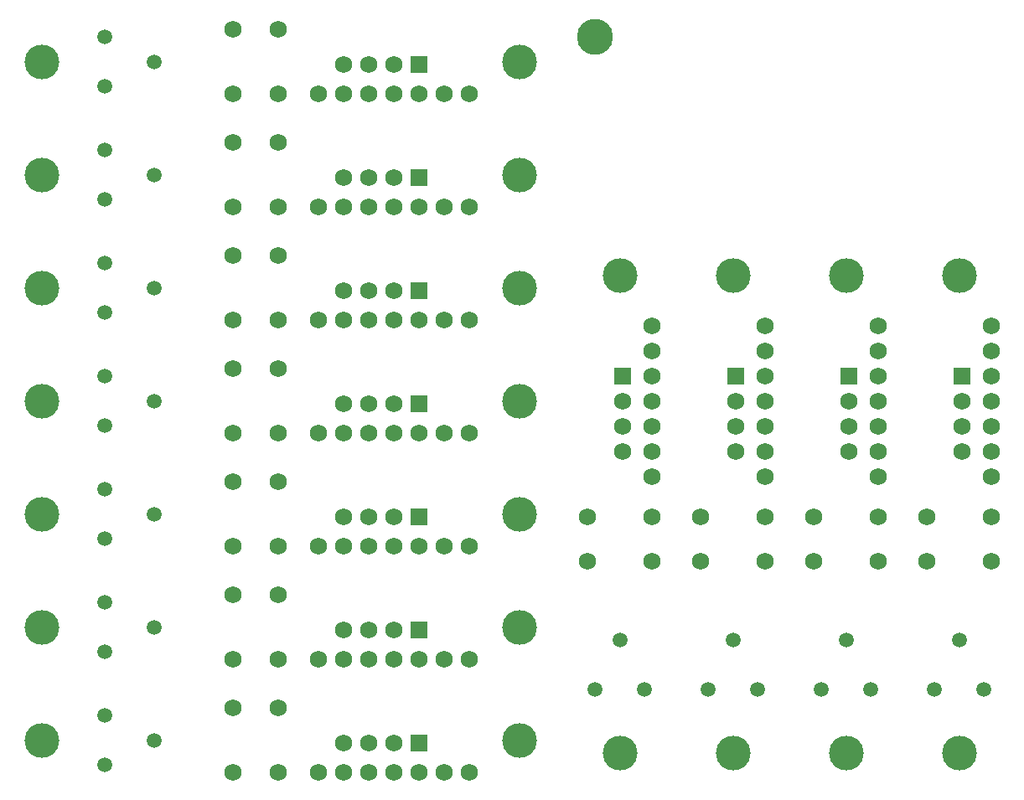
<source format=gts>
G75*
G70*
%OFA0B0*%
%FSLAX24Y24*%
%IPPOS*%
%LPD*%
%AMOC8*
5,1,8,0,0,1.08239X$1,22.5*
%
%ADD10C,0.1430*%
%ADD11R,0.0680X0.0680*%
%ADD12C,0.0680*%
%ADD13C,0.1380*%
%ADD14C,0.0595*%
D10*
X023681Y030181D03*
D11*
X016681Y029083D03*
X016681Y024583D03*
X016681Y020083D03*
X016681Y015583D03*
X016681Y011083D03*
X016681Y006583D03*
X016681Y002083D03*
X024780Y016681D03*
X029280Y016681D03*
X033780Y016681D03*
X038280Y016681D03*
D12*
X038280Y015681D03*
X038280Y014681D03*
X038280Y013681D03*
X039461Y013683D03*
X039461Y012683D03*
X039461Y011071D03*
X039461Y009291D03*
X036901Y009291D03*
X034961Y009291D03*
X034961Y011071D03*
X034961Y012683D03*
X034961Y013683D03*
X034961Y014683D03*
X033780Y014681D03*
X033780Y013681D03*
X033780Y015681D03*
X034961Y015683D03*
X034961Y016683D03*
X034961Y017683D03*
X034961Y018683D03*
X039461Y018683D03*
X039461Y017683D03*
X039461Y016683D03*
X039461Y015683D03*
X039461Y014683D03*
X036901Y011071D03*
X032401Y011071D03*
X030461Y011071D03*
X030461Y012683D03*
X030461Y013683D03*
X030461Y014683D03*
X029280Y014681D03*
X029280Y013681D03*
X029280Y015681D03*
X030461Y015683D03*
X030461Y016683D03*
X030461Y017683D03*
X030461Y018683D03*
X025961Y018683D03*
X025961Y017683D03*
X025961Y016683D03*
X025961Y015683D03*
X024780Y015681D03*
X024780Y014681D03*
X024780Y013681D03*
X025961Y013683D03*
X025961Y012683D03*
X025961Y011071D03*
X027901Y011071D03*
X027901Y009291D03*
X025961Y009291D03*
X023401Y009291D03*
X023401Y011071D03*
X025961Y014683D03*
X030461Y009291D03*
X032401Y009291D03*
X018683Y009902D03*
X017683Y009902D03*
X016683Y009902D03*
X015683Y009902D03*
X014683Y009902D03*
X013683Y009902D03*
X012683Y009902D03*
X013681Y011083D03*
X014681Y011083D03*
X015681Y011083D03*
X015683Y014402D03*
X014683Y014402D03*
X013683Y014402D03*
X012683Y014402D03*
X013681Y015583D03*
X014681Y015583D03*
X015681Y015583D03*
X016683Y014402D03*
X017683Y014402D03*
X018683Y014402D03*
X018683Y018902D03*
X017683Y018902D03*
X016683Y018902D03*
X015683Y018902D03*
X014683Y018902D03*
X013683Y018902D03*
X012683Y018902D03*
X013681Y020083D03*
X014681Y020083D03*
X015681Y020083D03*
X015683Y023402D03*
X014683Y023402D03*
X013683Y023402D03*
X012683Y023402D03*
X013681Y024583D03*
X014681Y024583D03*
X015681Y024583D03*
X016683Y023402D03*
X017683Y023402D03*
X018683Y023402D03*
X018683Y027902D03*
X017683Y027902D03*
X016683Y027902D03*
X015683Y027902D03*
X014683Y027902D03*
X013683Y027902D03*
X012683Y027902D03*
X013681Y029083D03*
X014681Y029083D03*
X015681Y029083D03*
X011071Y027901D03*
X009291Y027901D03*
X009291Y025961D03*
X011071Y025961D03*
X011071Y023401D03*
X009291Y023401D03*
X009291Y021461D03*
X011071Y021461D03*
X011071Y018901D03*
X009291Y018901D03*
X009291Y016961D03*
X011071Y016961D03*
X011071Y014401D03*
X009291Y014401D03*
X009291Y012461D03*
X011071Y012461D03*
X011071Y009901D03*
X009291Y009901D03*
X009291Y007961D03*
X011071Y007961D03*
X013681Y006583D03*
X014681Y006583D03*
X015681Y006583D03*
X015683Y005402D03*
X014683Y005402D03*
X013683Y005402D03*
X012683Y005402D03*
X011071Y005401D03*
X009291Y005401D03*
X009291Y003461D03*
X011071Y003461D03*
X013681Y002083D03*
X014681Y002083D03*
X015681Y002083D03*
X015683Y000902D03*
X014683Y000902D03*
X013683Y000902D03*
X012683Y000902D03*
X011071Y000901D03*
X009291Y000901D03*
X016683Y000902D03*
X017683Y000902D03*
X018683Y000902D03*
X018683Y005402D03*
X017683Y005402D03*
X016683Y005402D03*
X011071Y030461D03*
X009291Y030461D03*
D13*
X001681Y002181D03*
X001681Y006681D03*
X001681Y011181D03*
X001681Y015681D03*
X001681Y020181D03*
X001681Y024681D03*
X001681Y029181D03*
X020681Y029181D03*
X020681Y024681D03*
X024681Y020681D03*
X020681Y020181D03*
X020681Y015681D03*
X020681Y011181D03*
X020681Y006681D03*
X020681Y002181D03*
X024681Y001681D03*
X029181Y001681D03*
X033681Y001681D03*
X038181Y001681D03*
X038181Y020681D03*
X033681Y020681D03*
X029181Y020681D03*
D14*
X029181Y006166D03*
X028197Y004197D03*
X030166Y004197D03*
X032697Y004197D03*
X034666Y004197D03*
X033681Y006166D03*
X037197Y004197D03*
X039166Y004197D03*
X038181Y006166D03*
X025666Y004197D03*
X023697Y004197D03*
X024681Y006166D03*
X006166Y006681D03*
X004197Y005697D03*
X004197Y007666D03*
X004197Y010197D03*
X006166Y011181D03*
X004197Y012166D03*
X004197Y014697D03*
X006166Y015681D03*
X004197Y016666D03*
X004197Y019197D03*
X006166Y020181D03*
X004197Y021166D03*
X004197Y023697D03*
X006166Y024681D03*
X004197Y025666D03*
X004197Y028197D03*
X006166Y029181D03*
X004197Y030166D03*
X004197Y003166D03*
X006166Y002181D03*
X004197Y001197D03*
M02*

</source>
